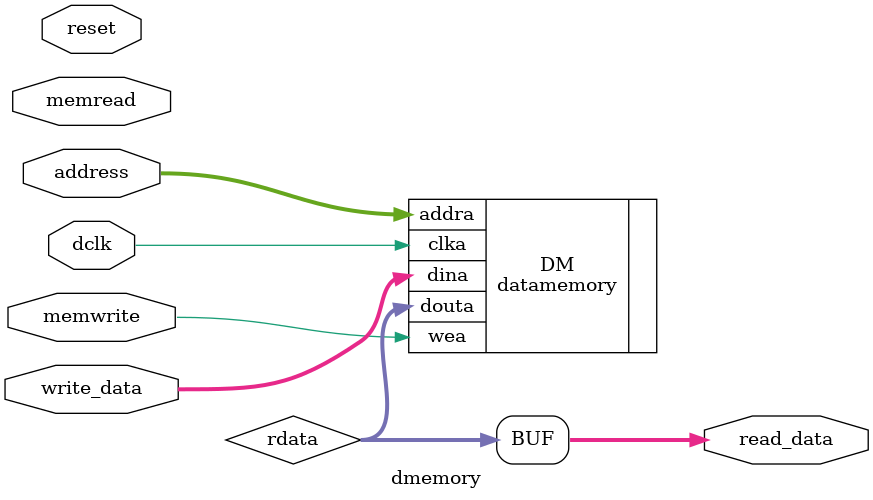
<source format=v>
module dmemory 
  (
   output [31:0] read_data,
   input [7:0]	 address,
   input [31:0]	 write_data,
   input	 memread,
   input	 memwrite,
   input	 dclk,
   input	 reset
   );

   wire [31:0] rdata;

   assign read_data = rdata;
  
   datamemory DM 
     (
      .addra(address), 
      .clka(dclk),
      .dina(write_data),
      .douta(rdata),
      .wea(memwrite)
      );

endmodule // dmemory

</source>
